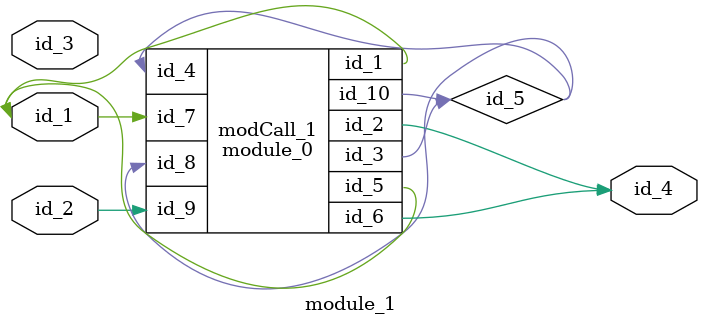
<source format=v>
module module_0 (
    id_1,
    id_2,
    id_3,
    id_4,
    id_5,
    id_6,
    id_7,
    id_8,
    id_9,
    id_10
);
  inout wire id_10;
  input wire id_9;
  input wire id_8;
  input wire id_7;
  output wire id_6;
  inout wire id_5;
  input wire id_4;
  output wire id_3;
  output wire id_2;
  inout wire id_1;
  wire id_11, id_12, id_13;
  parameter id_14 = -1;
endmodule
module module_1 (
    id_1,
    id_2,
    id_3,
    id_4
);
  output wire id_4;
  input wire id_3;
  input wire id_2;
  inout wire id_1;
  wire id_5;
  module_0 modCall_1 (
      id_1,
      id_4,
      id_5,
      id_5,
      id_1,
      id_4,
      id_1,
      id_5,
      id_2,
      id_5
  );
  wire id_6;
  wire id_7;
  wire id_8, id_9;
  wire id_10 = id_7;
endmodule

</source>
